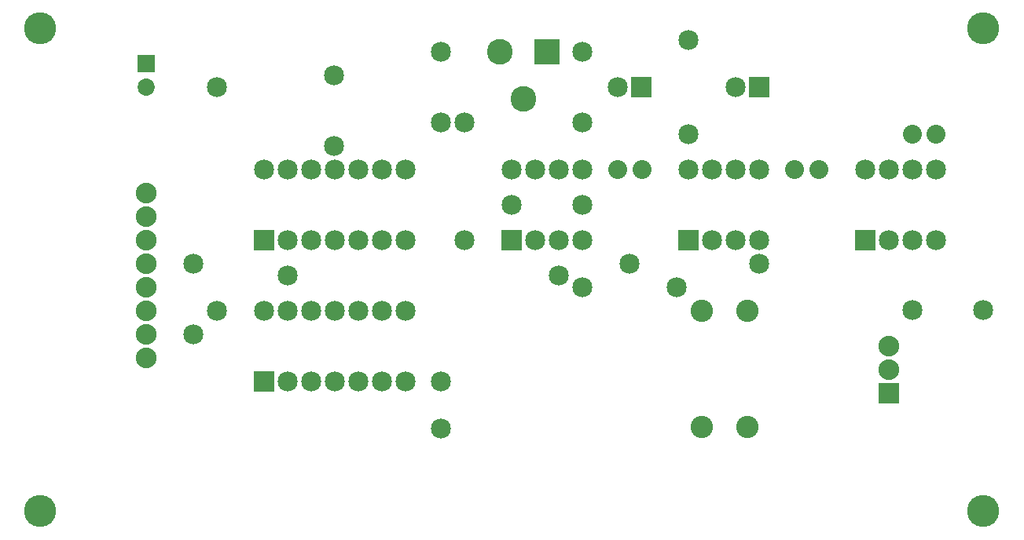
<source format=gts>
G04 MADE WITH FRITZING*
G04 WWW.FRITZING.ORG*
G04 DOUBLE SIDED*
G04 HOLES PLATED*
G04 CONTOUR ON CENTER OF CONTOUR VECTOR*
%ASAXBY*%
%FSLAX23Y23*%
%MOIN*%
%OFA0B0*%
%SFA1.0B1.0*%
%ADD10C,0.109000*%
%ADD11C,0.085000*%
%ADD12C,0.135984*%
%ADD13C,0.072992*%
%ADD14C,0.095000*%
%ADD15C,0.088000*%
%ADD16C,0.080000*%
%ADD17R,0.109000X0.109000*%
%ADD18R,0.085000X0.085000*%
%ADD19R,0.072992X0.072992*%
%ADD20R,0.088000X0.088000*%
%LNMASK1*%
G90*
G70*
G54D10*
X2091Y2105D03*
X2291Y2105D03*
X2191Y1905D03*
G54D11*
X1091Y705D03*
X1091Y1005D03*
X1191Y705D03*
X1191Y1005D03*
X1291Y705D03*
X1291Y1005D03*
X1391Y705D03*
X1391Y1005D03*
X1491Y705D03*
X1491Y1005D03*
X1591Y705D03*
X1591Y1005D03*
X1691Y705D03*
X1691Y1005D03*
X1091Y1305D03*
X1091Y1605D03*
X1191Y1305D03*
X1191Y1605D03*
X1291Y1305D03*
X1291Y1605D03*
X1391Y1305D03*
X1391Y1605D03*
X1491Y1305D03*
X1491Y1605D03*
X1591Y1305D03*
X1591Y1605D03*
X1691Y1305D03*
X1691Y1605D03*
X1191Y1155D03*
X2341Y1155D03*
X2641Y1205D03*
X3191Y1205D03*
X1941Y1305D03*
X1941Y1805D03*
X1841Y505D03*
X1841Y705D03*
G54D12*
X141Y155D03*
X141Y2205D03*
X4141Y155D03*
X4141Y2205D03*
G54D13*
X591Y2055D03*
X591Y1957D03*
G54D11*
X1386Y1705D03*
X1386Y2005D03*
X891Y1005D03*
X891Y1955D03*
G54D14*
X2945Y513D03*
X3141Y513D03*
X3141Y1005D03*
X2945Y1005D03*
X2945Y513D03*
X3141Y513D03*
X3141Y1005D03*
X2945Y1005D03*
G54D15*
X591Y1505D03*
X591Y1405D03*
X591Y1305D03*
X591Y1205D03*
X591Y1105D03*
X591Y1005D03*
X591Y905D03*
X591Y805D03*
G54D11*
X3641Y1305D03*
X3641Y1605D03*
X3741Y1305D03*
X3741Y1605D03*
X3841Y1305D03*
X3841Y1605D03*
X3941Y1305D03*
X3941Y1605D03*
X2891Y1305D03*
X2891Y1605D03*
X2991Y1305D03*
X2991Y1605D03*
X3091Y1305D03*
X3091Y1605D03*
X3191Y1305D03*
X3191Y1605D03*
X2141Y1305D03*
X2141Y1605D03*
X2241Y1305D03*
X2241Y1605D03*
X2341Y1305D03*
X2341Y1605D03*
X2441Y1305D03*
X2441Y1605D03*
G54D16*
X3841Y1755D03*
X3941Y1755D03*
X3442Y1605D03*
X3341Y1605D03*
X2692Y1605D03*
X2591Y1605D03*
G54D11*
X2891Y2155D03*
X2891Y1755D03*
X2441Y1105D03*
X2841Y1105D03*
X2441Y2105D03*
X2441Y1805D03*
X1841Y2105D03*
X1841Y1805D03*
X3191Y1955D03*
X3091Y1955D03*
X2691Y1955D03*
X2591Y1955D03*
X3841Y1010D03*
X4141Y1010D03*
G54D15*
X3741Y655D03*
X3741Y755D03*
X3741Y855D03*
G54D11*
X2141Y1455D03*
X2441Y1455D03*
X791Y905D03*
X791Y1205D03*
G54D17*
X2291Y2105D03*
G54D18*
X1091Y705D03*
X1091Y1305D03*
G54D19*
X591Y2055D03*
G54D18*
X3641Y1305D03*
X2891Y1305D03*
X2141Y1305D03*
X3191Y1955D03*
X2691Y1955D03*
G54D20*
X3741Y655D03*
G04 End of Mask1*
M02*
</source>
